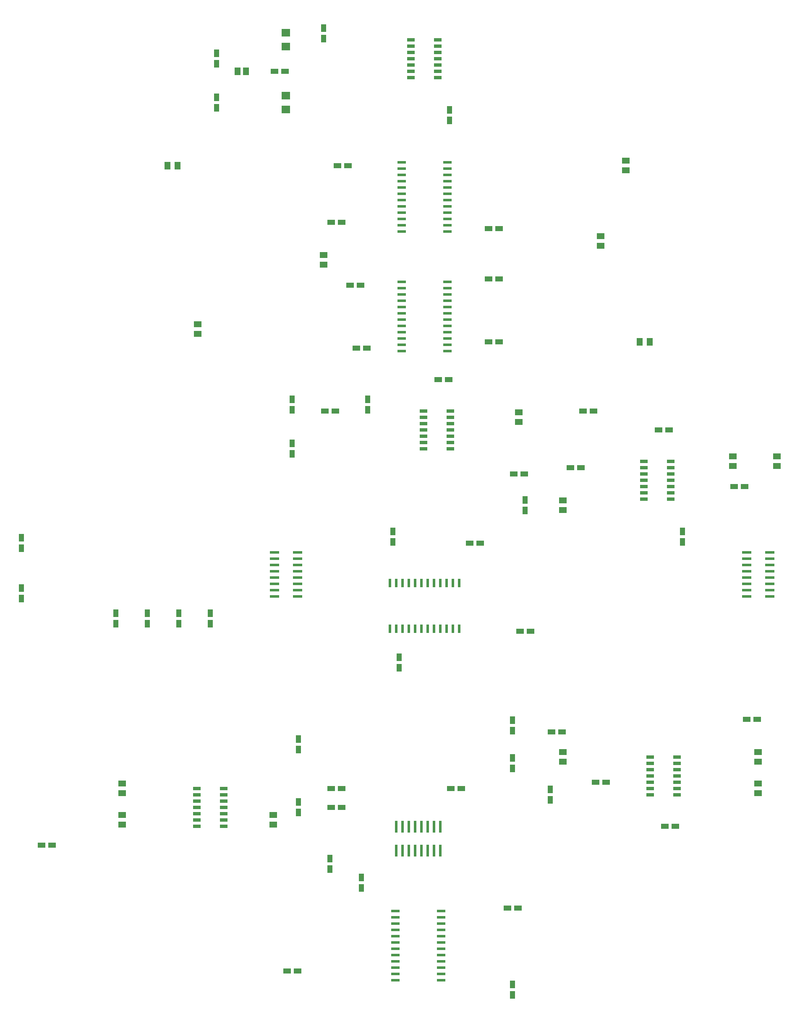
<source format=gbr>
G04 EAGLE Gerber X2 export*
%TF.Part,Single*%
%TF.FileFunction,Paste,Top*%
%TF.FilePolarity,Positive*%
%TF.GenerationSoftware,Autodesk,EAGLE,9.0.1*%
%TF.CreationDate,2019-04-22T21:04:02Z*%
G75*
%MOMM*%
%FSLAX34Y34*%
%LPD*%
%AMOC8*
5,1,8,0,0,1.08239X$1,22.5*%
G01*
%ADD10R,1.676400X0.508000*%
%ADD11R,1.600000X1.300000*%
%ADD12R,1.300000X1.600000*%
%ADD13R,1.000000X1.500000*%
%ADD14R,1.500000X1.000000*%
%ADD15R,0.508000X1.676400*%
%ADD16R,1.525000X0.650000*%
%ADD17R,1.879600X0.508000*%
%ADD18R,0.609600X2.489200*%
%ADD19R,1.800000X1.600000*%
%ADD20R,1.300000X1.500000*%


D10*
X791845Y1746250D03*
X791845Y1733550D03*
X791845Y1720850D03*
X791845Y1708150D03*
X791845Y1695450D03*
X791845Y1682750D03*
X791845Y1670050D03*
X791845Y1657350D03*
X791845Y1644650D03*
X791845Y1631950D03*
X791845Y1619250D03*
X791845Y1606550D03*
X884555Y1606550D03*
X884555Y1619250D03*
X884555Y1631950D03*
X884555Y1644650D03*
X884555Y1657350D03*
X884555Y1670050D03*
X884555Y1682750D03*
X884555Y1695450D03*
X884555Y1708150D03*
X884555Y1720850D03*
X884555Y1733550D03*
X884555Y1746250D03*
X791845Y1504950D03*
X791845Y1492250D03*
X791845Y1479550D03*
X791845Y1466850D03*
X791845Y1454150D03*
X791845Y1441450D03*
X791845Y1428750D03*
X791845Y1416050D03*
X791845Y1403350D03*
X791845Y1390650D03*
X791845Y1377950D03*
X791845Y1365250D03*
X884555Y1365250D03*
X884555Y1377950D03*
X884555Y1390650D03*
X884555Y1403350D03*
X884555Y1416050D03*
X884555Y1428750D03*
X884555Y1441450D03*
X884555Y1454150D03*
X884555Y1466850D03*
X884555Y1479550D03*
X884555Y1492250D03*
X884555Y1504950D03*
D11*
X1193800Y1597500D03*
X1193800Y1577500D03*
X1244600Y1729900D03*
X1244600Y1749900D03*
X381000Y1399700D03*
X381000Y1419700D03*
X1028700Y1241900D03*
X1028700Y1221900D03*
D12*
X1272700Y1384300D03*
X1292700Y1384300D03*
D11*
X1117600Y1044100D03*
X1117600Y1064100D03*
X1460500Y1153000D03*
X1460500Y1133000D03*
X1549400Y1153000D03*
X1549400Y1133000D03*
D13*
X571500Y1246775D03*
X571500Y1267825D03*
D14*
X1039225Y1117600D03*
X1018175Y1117600D03*
X886825Y1308100D03*
X865775Y1308100D03*
X658225Y1244600D03*
X637175Y1244600D03*
D13*
X723900Y1267825D03*
X723900Y1246775D03*
X571500Y1157875D03*
X571500Y1178925D03*
D14*
X1331325Y1206500D03*
X1310275Y1206500D03*
X1153525Y1130300D03*
X1132475Y1130300D03*
X1178925Y1244600D03*
X1157875Y1244600D03*
D13*
X1041400Y1043575D03*
X1041400Y1064625D03*
D15*
X908050Y897255D03*
X895350Y897255D03*
X882650Y897255D03*
X869950Y897255D03*
X857250Y897255D03*
X844550Y897255D03*
X831850Y897255D03*
X819150Y897255D03*
X806450Y897255D03*
X793750Y897255D03*
X781050Y897255D03*
X768350Y897255D03*
X768350Y804545D03*
X781050Y804545D03*
X793750Y804545D03*
X806450Y804545D03*
X819150Y804545D03*
X831850Y804545D03*
X844550Y804545D03*
X857250Y804545D03*
X869950Y804545D03*
X882650Y804545D03*
X895350Y804545D03*
X908050Y804545D03*
D10*
X779145Y234950D03*
X779145Y222250D03*
X779145Y209550D03*
X779145Y196850D03*
X779145Y184150D03*
X779145Y171450D03*
X779145Y158750D03*
X779145Y146050D03*
X779145Y133350D03*
X779145Y120650D03*
X779145Y107950D03*
X779145Y95250D03*
X871855Y95250D03*
X871855Y107950D03*
X871855Y120650D03*
X871855Y133350D03*
X871855Y146050D03*
X871855Y158750D03*
X871855Y171450D03*
X871855Y184150D03*
X871855Y196850D03*
X871855Y209550D03*
X871855Y222250D03*
X871855Y234950D03*
D11*
X228600Y492600D03*
X228600Y472600D03*
X228600Y409100D03*
X228600Y429100D03*
X533400Y409100D03*
X533400Y429100D03*
X1117600Y556100D03*
X1117600Y536100D03*
X1511300Y556100D03*
X1511300Y536100D03*
X1511300Y472600D03*
X1511300Y492600D03*
D14*
X1094375Y596900D03*
X1115425Y596900D03*
X912225Y482600D03*
X891175Y482600D03*
D13*
X1092200Y459375D03*
X1092200Y480425D03*
D14*
X1509125Y622300D03*
X1488075Y622300D03*
D13*
X1016000Y522875D03*
X1016000Y543925D03*
X1016000Y620125D03*
X1016000Y599075D03*
X1358900Y980075D03*
X1358900Y1001125D03*
D14*
X670925Y482600D03*
X649875Y482600D03*
X649875Y444500D03*
X670925Y444500D03*
D13*
X647700Y319675D03*
X647700Y340725D03*
X584200Y433975D03*
X584200Y455025D03*
D14*
X1344025Y406400D03*
X1322975Y406400D03*
D12*
X320200Y1739900D03*
X340200Y1739900D03*
D14*
X1462675Y1092200D03*
X1483725Y1092200D03*
D13*
X584200Y560975D03*
X584200Y582025D03*
D14*
X1204325Y495300D03*
X1183275Y495300D03*
D16*
X811080Y1993900D03*
X811080Y1981200D03*
X811080Y1968500D03*
X811080Y1955800D03*
X811080Y1943100D03*
X811080Y1930400D03*
X811080Y1917700D03*
X865320Y1917700D03*
X865320Y1930400D03*
X865320Y1943100D03*
X865320Y1955800D03*
X865320Y1968500D03*
X865320Y1981200D03*
X865320Y1993900D03*
X836480Y1244600D03*
X836480Y1231900D03*
X836480Y1219200D03*
X836480Y1206500D03*
X836480Y1193800D03*
X836480Y1181100D03*
X836480Y1168400D03*
X890720Y1168400D03*
X890720Y1181100D03*
X890720Y1193800D03*
X890720Y1206500D03*
X890720Y1219200D03*
X890720Y1231900D03*
X890720Y1244600D03*
X1280980Y1143000D03*
X1280980Y1130300D03*
X1280980Y1117600D03*
X1280980Y1104900D03*
X1280980Y1092200D03*
X1280980Y1079500D03*
X1280980Y1066800D03*
X1335220Y1066800D03*
X1335220Y1079500D03*
X1335220Y1092200D03*
X1335220Y1104900D03*
X1335220Y1117600D03*
X1335220Y1130300D03*
X1335220Y1143000D03*
X379280Y482600D03*
X379280Y469900D03*
X379280Y457200D03*
X379280Y444500D03*
X379280Y431800D03*
X379280Y419100D03*
X379280Y406400D03*
X433520Y406400D03*
X433520Y419100D03*
X433520Y431800D03*
X433520Y444500D03*
X433520Y457200D03*
X433520Y469900D03*
X433520Y482600D03*
X1293680Y546100D03*
X1293680Y533400D03*
X1293680Y520700D03*
X1293680Y508000D03*
X1293680Y495300D03*
X1293680Y482600D03*
X1293680Y469900D03*
X1347920Y469900D03*
X1347920Y482600D03*
X1347920Y495300D03*
X1347920Y508000D03*
X1347920Y520700D03*
X1347920Y533400D03*
X1347920Y546100D03*
D11*
X635000Y1539400D03*
X635000Y1559400D03*
D13*
X419100Y1877425D03*
X419100Y1856375D03*
X419100Y1966325D03*
X419100Y1945275D03*
D14*
X535575Y1930400D03*
X556625Y1930400D03*
X662575Y1739900D03*
X683625Y1739900D03*
X967375Y1612900D03*
X988425Y1612900D03*
X649875Y1625600D03*
X670925Y1625600D03*
D13*
X889000Y1830975D03*
X889000Y1852025D03*
D14*
X687975Y1498600D03*
X709025Y1498600D03*
X967375Y1384300D03*
X988425Y1384300D03*
X700675Y1371600D03*
X721725Y1371600D03*
X967375Y1511300D03*
X988425Y1511300D03*
X950325Y977900D03*
X929275Y977900D03*
D13*
X787400Y747125D03*
X787400Y726075D03*
X774700Y1001125D03*
X774700Y980075D03*
D14*
X1030875Y800100D03*
X1051925Y800100D03*
D13*
X711200Y302625D03*
X711200Y281575D03*
X1016000Y86725D03*
X1016000Y65675D03*
D14*
X560975Y114300D03*
X582025Y114300D03*
X1005475Y241300D03*
X1026525Y241300D03*
D13*
X215900Y836025D03*
X215900Y814975D03*
X279400Y836025D03*
X279400Y814975D03*
X342900Y836025D03*
X342900Y814975D03*
X406400Y836025D03*
X406400Y814975D03*
D14*
X86725Y368300D03*
X65675Y368300D03*
D13*
X25400Y967375D03*
X25400Y988425D03*
X25400Y886825D03*
X25400Y865775D03*
D17*
X581914Y869950D03*
X581914Y882650D03*
X581914Y895350D03*
X581914Y908050D03*
X581914Y920750D03*
X581914Y933450D03*
X581914Y946150D03*
X581914Y958850D03*
X535686Y958850D03*
X535686Y946150D03*
X535686Y933450D03*
X535686Y920750D03*
X535686Y908050D03*
X535686Y895350D03*
X535686Y882650D03*
X535686Y869950D03*
X1534414Y869950D03*
X1534414Y882650D03*
X1534414Y895350D03*
X1534414Y908050D03*
X1534414Y920750D03*
X1534414Y933450D03*
X1534414Y946150D03*
X1534414Y958850D03*
X1488186Y958850D03*
X1488186Y946150D03*
X1488186Y933450D03*
X1488186Y920750D03*
X1488186Y908050D03*
X1488186Y895350D03*
X1488186Y882650D03*
X1488186Y869950D03*
D18*
X781050Y356870D03*
X793750Y356870D03*
X806450Y356870D03*
X819150Y356870D03*
X831850Y356870D03*
X844550Y356870D03*
X857250Y356870D03*
X869950Y356870D03*
X869950Y405130D03*
X857250Y405130D03*
X844550Y405130D03*
X831850Y405130D03*
X819150Y405130D03*
X806450Y405130D03*
X793750Y405130D03*
X781050Y405130D03*
D19*
X558800Y1852900D03*
X558800Y1880900D03*
X558800Y1979900D03*
X558800Y2007900D03*
D13*
X635000Y2017125D03*
X635000Y1996075D03*
D20*
X461400Y1930400D03*
X478400Y1930400D03*
M02*

</source>
